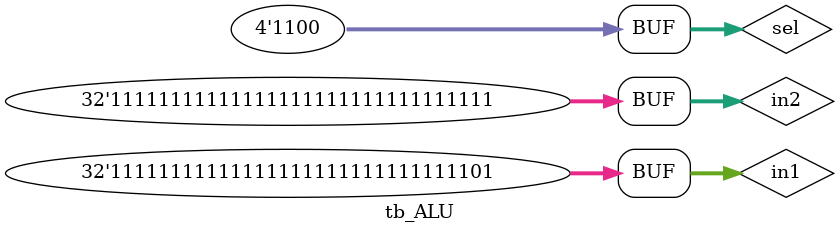
<source format=v>
`timescale 1ns / 1ps
module ALU #(parameter width = 32)
				(input signed [width-1:0] op1, op2,
				 input [3:0] sel,
				 output reg signed [width-1:0] out);
				 
		parameter ALUand = 4'b0000; //a & b
		parameter ALUor = 4'b0001;	// a | b
		parameter ALUadd = 4'b0010;	//a + b
		parameter ALUandnot = 4'b0100; //a&~b
		parameter ALUornot = 4'b0101; //a|~b
		parameter ALUsub = 4'b0110;	//a-b
		parameter ALUslt = 4'b0111;	//set less than. Output 1 if a < b, else output 0
		
		parameter ALUxor = 4'b1000; //a^b
		parameter ALUsll = 4'b1001; //a<<b
		parameter ALUsrl = 4'b1010; //a>>b
		parameter ALUsra = 4'b1011; //a>>b arithmetic
		parameter ALUmult = 4'b1100; //a*b
		
	
	always@* begin
		case (sel)
			ALUand:	out <= op1 & op2;
			ALUor:	out <= op1 | op2;
			ALUadd:	out <= op1 + op2;
			ALUandnot:	out <= op1 & (~op2);
			ALUornot:	out <= op1 | (~op2);
			ALUsub:	out <= op1 - op2;
			ALUslt:	if (op1 < op2) out <= 1;
						else out <= 0;
			ALUxor: out <= op1^op2;
			ALUsll: out <= op1<<op2;
			ALUsrl: out <= op1>>op2;
			ALUsra: out <= op1>>op2;
			ALUmult: out <= op1*op2;
			default: out <= 0;
		endcase
	end

endmodule

module tb_ALU;
	parameter w = 32;
	reg signed [w-1:0] in1, in2;
	reg [3:0] sel;
	wire signed [w-1:0] result;
	
	ALU #(.width(w)) t1 (.op1(in1), .op2(in2), .sel(sel), .out(result));
	
	initial begin
	in1 = -3; in2 = -1; sel = 0;
	#5 sel = 1;
	#5 sel = 2;
	#5 sel = 4;
	#5 sel = 5;
	#5 sel = 6;
	#5 sel = 7;
	#5 sel = 8;
	#5 sel = 9;
	#5 sel = 10;
	#5 sel = 11;
	#5 sel = 12;
	end
endmodule

</source>
